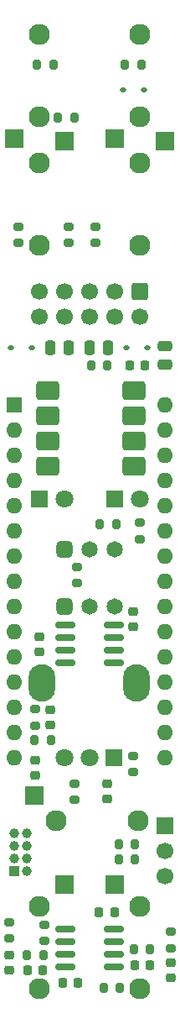
<source format=gts>
G04 #@! TF.GenerationSoftware,KiCad,Pcbnew,9.0.7*
G04 #@! TF.CreationDate,2026-01-04T21:44:44+01:00*
G04 #@! TF.ProjectId,board_B,626f6172-645f-4422-9e6b-696361645f70,rev?*
G04 #@! TF.SameCoordinates,Original*
G04 #@! TF.FileFunction,Soldermask,Top*
G04 #@! TF.FilePolarity,Negative*
%FSLAX46Y46*%
G04 Gerber Fmt 4.6, Leading zero omitted, Abs format (unit mm)*
G04 Created by KiCad (PCBNEW 9.0.7) date 2026-01-04 21:44:44*
%MOMM*%
%LPD*%
G01*
G04 APERTURE LIST*
G04 Aperture macros list*
%AMRoundRect*
0 Rectangle with rounded corners*
0 $1 Rounding radius*
0 $2 $3 $4 $5 $6 $7 $8 $9 X,Y pos of 4 corners*
0 Add a 4 corners polygon primitive as box body*
4,1,4,$2,$3,$4,$5,$6,$7,$8,$9,$2,$3,0*
0 Add four circle primitives for the rounded corners*
1,1,$1+$1,$2,$3*
1,1,$1+$1,$4,$5*
1,1,$1+$1,$6,$7*
1,1,$1+$1,$8,$9*
0 Add four rect primitives between the rounded corners*
20,1,$1+$1,$2,$3,$4,$5,0*
20,1,$1+$1,$4,$5,$6,$7,0*
20,1,$1+$1,$6,$7,$8,$9,0*
20,1,$1+$1,$8,$9,$2,$3,0*%
G04 Aperture macros list end*
%ADD10RoundRect,0.200000X-0.275000X0.200000X-0.275000X-0.200000X0.275000X-0.200000X0.275000X0.200000X0*%
%ADD11RoundRect,0.112500X0.187500X0.112500X-0.187500X0.112500X-0.187500X-0.112500X0.187500X-0.112500X0*%
%ADD12RoundRect,0.200000X0.200000X0.275000X-0.200000X0.275000X-0.200000X-0.275000X0.200000X-0.275000X0*%
%ADD13R,1.000000X1.000000*%
%ADD14C,1.000000*%
%ADD15RoundRect,0.200000X0.275000X-0.200000X0.275000X0.200000X-0.275000X0.200000X-0.275000X-0.200000X0*%
%ADD16RoundRect,0.250000X-0.600000X0.600000X-0.600000X-0.600000X0.600000X-0.600000X0.600000X0.600000X0*%
%ADD17C,1.700000*%
%ADD18RoundRect,0.150000X-0.825000X-0.150000X0.825000X-0.150000X0.825000X0.150000X-0.825000X0.150000X0*%
%ADD19RoundRect,0.225000X-0.225000X-0.250000X0.225000X-0.250000X0.225000X0.250000X-0.225000X0.250000X0*%
%ADD20RoundRect,0.225000X0.250000X-0.225000X0.250000X0.225000X-0.250000X0.225000X-0.250000X-0.225000X0*%
%ADD21RoundRect,0.250000X0.250000X0.475000X-0.250000X0.475000X-0.250000X-0.475000X0.250000X-0.475000X0*%
%ADD22RoundRect,0.200000X-0.200000X-0.275000X0.200000X-0.275000X0.200000X0.275000X-0.200000X0.275000X0*%
%ADD23RoundRect,0.250000X-0.250000X-0.475000X0.250000X-0.475000X0.250000X0.475000X-0.250000X0.475000X0*%
%ADD24RoundRect,0.225000X0.225000X0.250000X-0.225000X0.250000X-0.225000X-0.250000X0.225000X-0.250000X0*%
%ADD25R,1.700000X1.700000*%
%ADD26RoundRect,0.225000X-0.250000X0.225000X-0.250000X-0.225000X0.250000X-0.225000X0.250000X0.225000X0*%
%ADD27RoundRect,0.250000X0.475000X-0.250000X0.475000X0.250000X-0.475000X0.250000X-0.475000X-0.250000X0*%
%ADD28RoundRect,0.112500X-0.187500X-0.112500X0.187500X-0.112500X0.187500X0.112500X-0.187500X0.112500X0*%
%ADD29RoundRect,0.250000X-0.900000X-0.675000X0.900000X-0.675000X0.900000X0.675000X-0.900000X0.675000X0*%
%ADD30R,1.600000X1.600000*%
%ADD31O,1.600000X1.600000*%
%ADD32O,2.720000X3.786000*%
%ADD33R,1.800000X1.800000*%
%ADD34C,1.800000*%
%ADD35R,1.930000X1.830000*%
%ADD36C,2.130000*%
%ADD37RoundRect,0.412500X-0.412500X-0.412500X0.412500X-0.412500X0.412500X0.412500X-0.412500X0.412500X0*%
%ADD38C,1.650000*%
%ADD39R,1.830000X1.930000*%
G04 APERTURE END LIST*
D10*
G04 #@! TO.C,R7*
X145428000Y-141593000D03*
X145428000Y-143243000D03*
G04 #@! TD*
D11*
G04 #@! TO.C,D1*
X155495000Y-57455000D03*
X153395000Y-57455000D03*
G04 #@! TD*
D12*
G04 #@! TO.C,R17*
X146126000Y-122987000D03*
X144476000Y-122987000D03*
G04 #@! TD*
G04 #@! TO.C,R5*
X148476000Y-60249000D03*
X146826000Y-60249000D03*
G04 #@! TD*
D13*
G04 #@! TO.C,J9*
X142380000Y-136195000D03*
D14*
X143650000Y-136195000D03*
X142380000Y-134925000D03*
X143650000Y-134925000D03*
X142380000Y-133655000D03*
X143650000Y-133655000D03*
X142380000Y-132385000D03*
X143650000Y-132385000D03*
G04 #@! TD*
D15*
G04 #@! TO.C,R12*
X141872000Y-142989000D03*
X141872000Y-141339000D03*
G04 #@! TD*
G04 #@! TO.C,R14*
X158255000Y-143992000D03*
X158255000Y-142342000D03*
G04 #@! TD*
D16*
G04 #@! TO.C,J2*
X155080000Y-77775000D03*
D17*
X155080000Y-80315000D03*
X152540000Y-77775000D03*
X152540000Y-80315000D03*
X150000000Y-77775000D03*
X150000000Y-80315000D03*
X147460000Y-77775000D03*
X147460000Y-80315000D03*
X144920000Y-77775000D03*
X144920000Y-80315000D03*
G04 #@! TD*
D18*
G04 #@! TO.C,U4*
X147525000Y-111430000D03*
X147525000Y-112700000D03*
X147525000Y-113970000D03*
X147525000Y-115240000D03*
X152475000Y-115240000D03*
X152475000Y-113970000D03*
X152475000Y-112700000D03*
X152475000Y-111430000D03*
G04 #@! TD*
D15*
G04 #@! TO.C,R16*
X144539000Y-121526000D03*
X144539000Y-119876000D03*
G04 #@! TD*
D19*
G04 #@! TO.C,C12*
X154559000Y-145720000D03*
X156109000Y-145720000D03*
G04 #@! TD*
D20*
G04 #@! TO.C,C14*
X146063000Y-121476000D03*
X146063000Y-119926000D03*
G04 #@! TD*
D21*
G04 #@! TO.C,C6*
X151905000Y-83490000D03*
X150005000Y-83490000D03*
G04 #@! TD*
D22*
G04 #@! TO.C,R4*
X152985000Y-133528000D03*
X154635000Y-133528000D03*
G04 #@! TD*
D23*
G04 #@! TO.C,C4*
X146002000Y-83490000D03*
X147902000Y-83490000D03*
G04 #@! TD*
D22*
G04 #@! TO.C,R6*
X144730000Y-54915000D03*
X146380000Y-54915000D03*
G04 #@! TD*
D12*
G04 #@! TO.C,R25*
X154635000Y-135052000D03*
X152985000Y-135052000D03*
G04 #@! TD*
D10*
G04 #@! TO.C,R18*
X154445000Y-124575000D03*
X154445000Y-126225000D03*
G04 #@! TD*
D22*
G04 #@! TO.C,R15*
X154509000Y-144069000D03*
X156159000Y-144069000D03*
G04 #@! TD*
D24*
G04 #@! TO.C,C10*
X145314000Y-146228000D03*
X143764000Y-146228000D03*
G04 #@! TD*
D25*
G04 #@! TO.C,JP1*
X157620000Y-131623000D03*
D17*
X157620000Y-134163000D03*
X157620000Y-136703000D03*
G04 #@! TD*
D18*
G04 #@! TO.C,U3*
X147525000Y-142037000D03*
X147525000Y-143307000D03*
X147525000Y-144577000D03*
X147525000Y-145847000D03*
X152475000Y-145847000D03*
X152475000Y-144577000D03*
X152475000Y-143307000D03*
X152475000Y-142037000D03*
G04 #@! TD*
D12*
G04 #@! TO.C,R10*
X153111000Y-148006000D03*
X151461000Y-148006000D03*
G04 #@! TD*
D26*
G04 #@! TO.C,C13*
X144539000Y-125006000D03*
X144539000Y-126556000D03*
G04 #@! TD*
D22*
G04 #@! TO.C,R1*
X153620000Y-54915000D03*
X155270000Y-54915000D03*
G04 #@! TD*
D27*
G04 #@! TO.C,C5*
X157620000Y-85202000D03*
X157620000Y-83302000D03*
G04 #@! TD*
D15*
G04 #@! TO.C,R3*
X148730000Y-107175000D03*
X148730000Y-105525000D03*
G04 #@! TD*
D26*
G04 #@! TO.C,C17*
X151778000Y-127419000D03*
X151778000Y-128969000D03*
G04 #@! TD*
D10*
G04 #@! TO.C,R8*
X147905000Y-71235000D03*
X147905000Y-72885000D03*
G04 #@! TD*
D20*
G04 #@! TO.C,C2*
X154445000Y-111570000D03*
X154445000Y-110020000D03*
G04 #@! TD*
D10*
G04 #@! TO.C,R23*
X148476000Y-127369000D03*
X148476000Y-129019000D03*
G04 #@! TD*
D22*
G04 #@! TO.C,R2*
X150191000Y-85268000D03*
X151841000Y-85268000D03*
G04 #@! TD*
D28*
G04 #@! TO.C,D3*
X153776000Y-83490000D03*
X155876000Y-83490000D03*
G04 #@! TD*
D26*
G04 #@! TO.C,C11*
X158255000Y-145440000D03*
X158255000Y-146990000D03*
G04 #@! TD*
D29*
G04 #@! TO.C,U1*
X145777000Y-87808000D03*
X145777000Y-90348000D03*
X145777000Y-92888000D03*
X145777000Y-95428000D03*
X154477000Y-95428000D03*
X154477000Y-92888000D03*
X154477000Y-90348000D03*
X154477000Y-87808000D03*
G04 #@! TD*
D24*
G04 #@! TO.C,C8*
X152540000Y-140386000D03*
X150990000Y-140386000D03*
G04 #@! TD*
D10*
G04 #@! TO.C,R9*
X150635000Y-71235000D03*
X150635000Y-72885000D03*
G04 #@! TD*
D26*
G04 #@! TO.C,C7*
X141872000Y-144691000D03*
X141872000Y-146241000D03*
G04 #@! TD*
D15*
G04 #@! TO.C,R11*
X155080000Y-102730000D03*
X155080000Y-101080000D03*
G04 #@! TD*
D12*
G04 #@! TO.C,R27*
X152730000Y-101270000D03*
X151080000Y-101270000D03*
G04 #@! TD*
D30*
G04 #@! TO.C,A1*
X142380000Y-89205000D03*
D31*
X142380000Y-91745000D03*
X142380000Y-94285000D03*
X142380000Y-96825000D03*
X142380000Y-99365000D03*
X142380000Y-101905000D03*
X142380000Y-104445000D03*
X142380000Y-106985000D03*
X142380000Y-109525000D03*
X142380000Y-112065000D03*
X142380000Y-114605000D03*
X142380000Y-117145000D03*
X142380000Y-119685000D03*
X142380000Y-122225000D03*
X142380000Y-124765000D03*
X157620000Y-124765000D03*
X157620000Y-122225000D03*
X157620000Y-119685000D03*
X157620000Y-117145000D03*
X157620000Y-114605000D03*
X157620000Y-112065000D03*
X157620000Y-109525000D03*
X157620000Y-106985000D03*
X157620000Y-104445000D03*
X157620000Y-101905000D03*
X157620000Y-99365000D03*
X157620000Y-96825000D03*
X157620000Y-94285000D03*
X157620000Y-91745000D03*
X157620000Y-89205000D03*
G04 #@! TD*
D26*
G04 #@! TO.C,C3*
X144920000Y-112560000D03*
X144920000Y-114110000D03*
G04 #@! TD*
D15*
G04 #@! TO.C,R24*
X142825000Y-72885000D03*
X142825000Y-71235000D03*
G04 #@! TD*
D19*
G04 #@! TO.C,C1*
X154064000Y-85268000D03*
X155614000Y-85268000D03*
G04 #@! TD*
G04 #@! TO.C,C9*
X147320000Y-147498000D03*
X148870000Y-147498000D03*
G04 #@! TD*
D28*
G04 #@! TO.C,D2*
X142092000Y-83490000D03*
X144192000Y-83490000D03*
G04 #@! TD*
D12*
G04 #@! TO.C,R13*
X145364000Y-144704000D03*
X143714000Y-144704000D03*
G04 #@! TD*
D32*
G04 #@! TO.C,RV5*
X145200000Y-117275000D03*
X154800000Y-117275000D03*
D33*
X152500000Y-124775000D03*
D34*
X150000000Y-124775000D03*
X147500000Y-124775000D03*
G04 #@! TD*
D35*
G04 #@! TO.C,J4*
X147460000Y-62662000D03*
D36*
X144920000Y-73170000D03*
X144920000Y-64870000D03*
G04 #@! TD*
D37*
G04 #@! TO.C,RV1*
X147460000Y-109525000D03*
D38*
X150000000Y-109525000D03*
X152540000Y-109525000D03*
G04 #@! TD*
D35*
G04 #@! TO.C,J5*
X157620000Y-62662000D03*
D36*
X155080000Y-73170000D03*
X155080000Y-64870000D03*
G04 #@! TD*
D39*
G04 #@! TO.C,J8*
X144412000Y-128575000D03*
D36*
X154920000Y-131115000D03*
X146620000Y-131115000D03*
G04 #@! TD*
D35*
G04 #@! TO.C,J3*
X152540000Y-137592000D03*
D36*
X155080000Y-148100000D03*
X155080000Y-139800000D03*
G04 #@! TD*
D35*
G04 #@! TO.C,J6*
X147460000Y-137592000D03*
D36*
X144920000Y-148100000D03*
X144920000Y-139800000D03*
G04 #@! TD*
G04 #@! TO.C,J7*
X144920000Y-60200000D03*
D35*
X142380000Y-62408000D03*
D36*
X144920000Y-51900000D03*
G04 #@! TD*
D33*
G04 #@! TO.C,D6*
X152540000Y-98730000D03*
D34*
X155080000Y-98730000D03*
G04 #@! TD*
D33*
G04 #@! TO.C,D5*
X144920000Y-98730000D03*
D34*
X147460000Y-98730000D03*
G04 #@! TD*
D36*
G04 #@! TO.C,J1*
X155080000Y-60200000D03*
D35*
X152540000Y-62408000D03*
D36*
X155080000Y-51900000D03*
G04 #@! TD*
D37*
G04 #@! TO.C,RV2*
X147460000Y-103810000D03*
D38*
X150000000Y-103810000D03*
X152540000Y-103810000D03*
G04 #@! TD*
M02*

</source>
